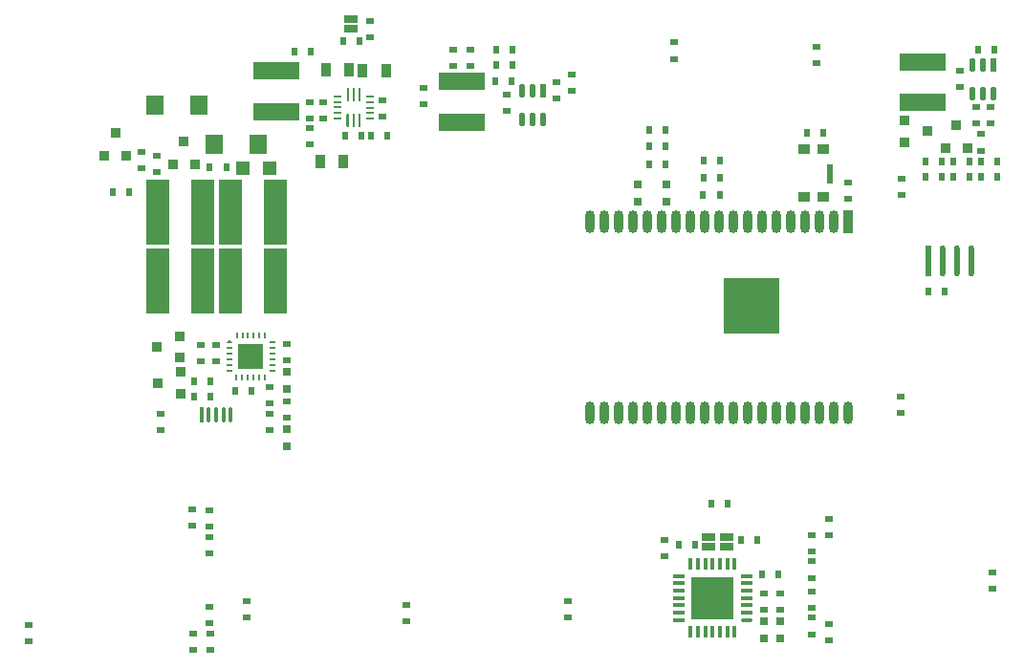
<source format=gtp>
%FSLAX24Y24*%
%MOIN*%
G70*
G01*
G75*
%ADD10C,0.0080*%
%ADD11R,0.0300X0.0300*%
%ADD12R,0.0300X0.0220*%
%ADD13R,0.0440X0.0120*%
%ADD14O,0.0190X0.1100*%
%ADD15R,0.0190X0.1100*%
%ADD16R,0.0220X0.0300*%
%ADD17R,0.0120X0.0440*%
%ADD18O,0.0440X0.0120*%
%ADD19R,0.0500X0.0250*%
%ADD20R,0.0360X0.0360*%
%ADD21O,0.0200X0.0500*%
%ADD22R,0.0200X0.0500*%
%ADD23R,0.1600X0.0600*%
%ADD24R,0.1460X0.1460*%
%ADD25R,0.0500X0.0500*%
%ADD26R,0.0830X0.2250*%
%ADD27R,0.0345X0.0500*%
%ADD28R,0.0630X0.0670*%
%ADD29O,0.0160X0.0530*%
%ADD30R,0.0160X0.0530*%
%ADD31R,0.0390X0.0350*%
%ADD32R,0.0220X0.0670*%
%ADD33O,0.0354X0.0787*%
%ADD34R,0.1968X0.1968*%
%ADD35R,0.0354X0.0787*%
%ADD36R,0.0280X0.0100*%
%ADD37R,0.0100X0.0510*%
%ADD38O,0.0100X0.0510*%
%ADD39R,0.0870X0.0870*%
%ADD40O,0.0200X0.0100*%
%ADD41R,0.0200X0.0100*%
%ADD42R,0.0100X0.0200*%
%ADD43C,0.0061*%
%ADD44C,0.0075*%
%ADD45C,0.0120*%
%ADD46C,0.0100*%
%ADD47C,0.0220*%
%ADD48C,0.0200*%
%ADD49C,0.0600*%
%ADD50C,0.0300*%
%ADD51C,0.0360*%
%ADD52C,0.0900*%
%ADD53C,0.0250*%
%ADD54C,0.0150*%
%ADD55C,0.0400*%
%ADD56C,0.0800*%
%ADD57C,0.2500*%
%ADD58C,0.0170*%
%ADD59R,0.0420X0.0420*%
%ADD60C,0.0420*%
%ADD61C,0.0650*%
%ADD62C,0.0620*%
%ADD63C,0.0600*%
%ADD64R,0.0600X0.0600*%
%ADD65R,0.0620X0.0620*%
%ADD66C,0.1200*%
%ADD67C,0.0500*%
%ADD68C,0.0510*%
%ADD69C,0.0390*%
%ADD70R,0.0900X0.0900*%
%ADD71C,0.0900*%
%ADD72C,0.0520*%
%ADD73C,0.0960*%
%ADD74C,0.1000*%
%ADD75C,0.0850*%
%ADD76C,0.0450*%
%ADD77C,0.0220*%
%ADD78C,0.0350*%
%ADD79C,0.0410*%
%ADD80C,0.0860*%
%ADD81O,0.0100X0.0600*%
%ADD82R,0.0100X0.0600*%
%ADD83R,0.3500X0.1380*%
%ADD84C,0.0630*%
%ADD85C,0.0700*%
%ADD86C,0.0340*%
%ADD87C,0.0730*%
%ADD88C,0.0500*%
%ADD89C,0.1900*%
%ADD90C,0.0160*%
%ADD91C,0.0040*%
%ADD92C,0.0050*%
%ADD93C,0.0070*%
%ADD94C,0.0030*%
D11*
X106578Y74130D02*
D03*
Y73530D02*
D03*
X106028Y74130D02*
D03*
Y73530D02*
D03*
X101618Y88750D02*
D03*
Y89350D02*
D03*
X89388Y82830D02*
D03*
Y82230D02*
D03*
X89378Y80220D02*
D03*
Y80820D02*
D03*
X102638Y88740D02*
D03*
Y89340D02*
D03*
D12*
X106578Y75080D02*
D03*
X106578Y74510D02*
D03*
X106028Y75080D02*
D03*
Y74510D02*
D03*
X102568Y76950D02*
D03*
X86693Y76495D02*
D03*
X86703Y74605D02*
D03*
X107683Y75165D02*
D03*
Y75630D02*
D03*
Y74235D02*
D03*
Y74595D02*
D03*
X107678Y76560D02*
D03*
X107683Y76200D02*
D03*
X86693Y77425D02*
D03*
Y77065D02*
D03*
X86713Y73685D02*
D03*
X86703Y74035D02*
D03*
X108293Y77105D02*
D03*
X107678Y77130D02*
D03*
X108283Y74015D02*
D03*
X107683Y73665D02*
D03*
X86093Y77435D02*
D03*
X86693Y77995D02*
D03*
X86113Y73695D02*
D03*
X86713Y73115D02*
D03*
X99190Y74258D02*
D03*
X87978Y74250D02*
D03*
Y74820D02*
D03*
X99190Y74828D02*
D03*
X80393Y73415D02*
D03*
X86113Y73125D02*
D03*
X113988Y75820D02*
D03*
X108293Y77675D02*
D03*
X86093Y78005D02*
D03*
X108283Y73445D02*
D03*
X102568Y76380D02*
D03*
X80393Y73985D02*
D03*
X113988Y75250D02*
D03*
X113928Y92040D02*
D03*
Y91470D02*
D03*
X110828Y88990D02*
D03*
Y89560D02*
D03*
X113608Y91100D02*
D03*
Y90530D02*
D03*
X110778Y81370D02*
D03*
Y81940D02*
D03*
X112848Y93310D02*
D03*
Y92740D02*
D03*
X113418Y91470D02*
D03*
Y92040D02*
D03*
X93548Y74690D02*
D03*
Y74120D02*
D03*
X92308Y95050D02*
D03*
Y94480D02*
D03*
X94168Y92150D02*
D03*
Y92720D02*
D03*
X90198Y90750D02*
D03*
Y91320D02*
D03*
X99328Y93190D02*
D03*
Y92620D02*
D03*
X85008Y81340D02*
D03*
Y80770D02*
D03*
X86398Y83740D02*
D03*
Y83170D02*
D03*
X95778Y94050D02*
D03*
Y93480D02*
D03*
X95178D02*
D03*
Y94050D02*
D03*
X90198Y91660D02*
D03*
X90198Y92230D02*
D03*
X108958Y89430D02*
D03*
Y88860D02*
D03*
X86938Y83740D02*
D03*
Y83170D02*
D03*
X107848Y93570D02*
D03*
Y94140D02*
D03*
X84848Y90360D02*
D03*
Y89790D02*
D03*
X102888Y93730D02*
D03*
Y94300D02*
D03*
X89388Y83780D02*
D03*
Y83210D02*
D03*
X98808Y92910D02*
D03*
Y92340D02*
D03*
X92738Y91700D02*
D03*
Y92270D02*
D03*
X84318Y89920D02*
D03*
Y90490D02*
D03*
X88808Y81700D02*
D03*
Y82270D02*
D03*
X89378Y81780D02*
D03*
Y81210D02*
D03*
X88808Y81340D02*
D03*
Y80770D02*
D03*
X90668Y91660D02*
D03*
Y92230D02*
D03*
X97068Y92470D02*
D03*
X97068Y91900D02*
D03*
D13*
X103053Y74412D02*
D03*
Y75180D02*
D03*
Y74924D02*
D03*
X105418Y75180D02*
D03*
X103053Y74668D02*
D03*
Y74156D02*
D03*
X105418Y74924D02*
D03*
Y74668D02*
D03*
Y74412D02*
D03*
X103053Y75436D02*
D03*
Y75692D02*
D03*
X105418Y75692D02*
D03*
Y75436D02*
D03*
D14*
X113268Y86670D02*
D03*
X112768Y86670D02*
D03*
X112268D02*
D03*
D15*
X111768D02*
D03*
D16*
X112338Y85620D02*
D03*
X111768D02*
D03*
X104178Y78230D02*
D03*
X104748D02*
D03*
X106528Y75750D02*
D03*
X105798Y76960D02*
D03*
X103048Y76770D02*
D03*
X103618Y76770D02*
D03*
X105228Y76960D02*
D03*
X105958Y75750D02*
D03*
X113478Y94050D02*
D03*
X114048D02*
D03*
X111668Y90150D02*
D03*
X112238D02*
D03*
X111668Y89630D02*
D03*
X112238D02*
D03*
X113198D02*
D03*
X112628D02*
D03*
X113578Y90150D02*
D03*
X114148D02*
D03*
X113198D02*
D03*
X112628D02*
D03*
X113578Y89630D02*
D03*
X114148D02*
D03*
X83898Y89080D02*
D03*
X83328D02*
D03*
X86728Y82490D02*
D03*
X86158D02*
D03*
X108088Y91160D02*
D03*
X107518D02*
D03*
X92338Y91040D02*
D03*
X92908D02*
D03*
X96678Y94050D02*
D03*
X97248D02*
D03*
X86728Y81950D02*
D03*
X86158D02*
D03*
X90218Y93970D02*
D03*
X89648D02*
D03*
X91418Y91040D02*
D03*
X91988D02*
D03*
X102018Y91250D02*
D03*
X102588D02*
D03*
X103908Y88980D02*
D03*
X104478D02*
D03*
X91928Y94350D02*
D03*
X91358D02*
D03*
X87278Y89960D02*
D03*
X86708D02*
D03*
X103918Y90180D02*
D03*
X104488D02*
D03*
X96678Y93510D02*
D03*
X97248D02*
D03*
X97238Y92960D02*
D03*
X96668D02*
D03*
X87598Y82160D02*
D03*
X88168D02*
D03*
X102018Y90050D02*
D03*
X102588D02*
D03*
X102018Y90690D02*
D03*
X102588D02*
D03*
X104488Y89580D02*
D03*
X103918D02*
D03*
D17*
X103980Y73742D02*
D03*
X103724D02*
D03*
X103467Y76106D02*
D03*
X103980D02*
D03*
X104236Y76106D02*
D03*
X105004Y73742D02*
D03*
X104748D02*
D03*
X104492D02*
D03*
X104236D02*
D03*
X103467Y73742D02*
D03*
X103724Y76106D02*
D03*
X104492D02*
D03*
X104748D02*
D03*
X105004D02*
D03*
D18*
X105418Y74156D02*
D03*
D19*
X104098Y76720D02*
D03*
X104728D02*
D03*
X104728Y77050D02*
D03*
X104098Y77050D02*
D03*
X91638Y95110D02*
D03*
Y94780D02*
D03*
D20*
X112358Y90630D02*
D03*
X113118D02*
D03*
X112738Y91430D02*
D03*
X110938Y91590D02*
D03*
X110938Y90830D02*
D03*
X111738Y91210D02*
D03*
X85658Y83300D02*
D03*
Y84060D02*
D03*
X84858Y83680D02*
D03*
X84878Y82430D02*
D03*
X85678Y82810D02*
D03*
Y82050D02*
D03*
X83038Y90360D02*
D03*
X83798D02*
D03*
X83418Y91160D02*
D03*
X85428Y90040D02*
D03*
X86188D02*
D03*
X85808Y90840D02*
D03*
D21*
X114028Y92520D02*
D03*
X113278D02*
D03*
X113658D02*
D03*
Y93520D02*
D03*
X113278D02*
D03*
X97588Y92630D02*
D03*
X97968Y92630D02*
D03*
Y91630D02*
D03*
X97588Y91630D02*
D03*
X98338D02*
D03*
D22*
X114028Y93520D02*
D03*
X98338Y92630D02*
D03*
D23*
X111548Y92210D02*
D03*
Y93630D02*
D03*
X89018Y91880D02*
D03*
X89018Y93300D02*
D03*
X95478Y92940D02*
D03*
Y91520D02*
D03*
D24*
X104238Y74926D02*
D03*
D25*
X88808Y89930D02*
D03*
X87863D02*
D03*
D26*
X87438Y88390D02*
D03*
X89008D02*
D03*
X86458D02*
D03*
X84888D02*
D03*
X87438Y85990D02*
D03*
X89008D02*
D03*
X86458D02*
D03*
X84888D02*
D03*
D27*
X91368Y90150D02*
D03*
X90553Y90150D02*
D03*
X92038Y93320D02*
D03*
X92853D02*
D03*
X91563Y93360D02*
D03*
X90748Y93360D02*
D03*
D28*
X86848Y90740D02*
D03*
X88388Y90740D02*
D03*
X84798Y92100D02*
D03*
X86338D02*
D03*
D29*
X87442Y81300D02*
D03*
X87186D02*
D03*
X86930D02*
D03*
X86674D02*
D03*
D30*
X86418D02*
D03*
D31*
X107438Y90580D02*
D03*
X107438Y88900D02*
D03*
X108088Y90580D02*
D03*
Y88900D02*
D03*
D32*
X108318Y89730D02*
D03*
D33*
X106468Y81367D02*
D03*
X105468D02*
D03*
X107968D02*
D03*
X101468D02*
D03*
X102468D02*
D03*
X103468Y81367D02*
D03*
X103968Y81367D02*
D03*
X105968Y81367D02*
D03*
X106968Y81367D02*
D03*
X107468D02*
D03*
X108468Y81367D02*
D03*
X108968Y81367D02*
D03*
X101468Y88060D02*
D03*
X101968Y88060D02*
D03*
X102468Y88060D02*
D03*
X102968D02*
D03*
X103468D02*
D03*
X103968D02*
D03*
X104468D02*
D03*
X104968D02*
D03*
X105468Y88060D02*
D03*
X105968Y88060D02*
D03*
X106468D02*
D03*
X106968D02*
D03*
X107468D02*
D03*
X107968Y88060D02*
D03*
X108468Y88060D02*
D03*
X100468Y81367D02*
D03*
X100968Y88060D02*
D03*
X100968Y81367D02*
D03*
X99968Y81367D02*
D03*
X100468Y88060D02*
D03*
X99968D02*
D03*
X101968Y81367D02*
D03*
X104468D02*
D03*
X102968D02*
D03*
X104968D02*
D03*
D34*
X105588Y85110D02*
D03*
D35*
X108968Y88060D02*
D03*
D36*
X91148Y91640D02*
D03*
Y91837D02*
D03*
Y92034D02*
D03*
Y92231D02*
D03*
Y92428D02*
D03*
X92288Y92424D02*
D03*
Y92227D02*
D03*
Y92030D02*
D03*
Y91636D02*
D03*
Y91833D02*
D03*
D37*
X91521Y92490D02*
D03*
X91718D02*
D03*
X91915D02*
D03*
Y91590D02*
D03*
X91718Y91590D02*
D03*
D38*
X91521D02*
D03*
D39*
X88128Y83360D02*
D03*
D40*
X87388Y83850D02*
D03*
D41*
Y83653D02*
D03*
Y83456D02*
D03*
X87388Y83259D02*
D03*
X87388Y83062D02*
D03*
X87388Y82865D02*
D03*
X88883Y82865D02*
D03*
X88883Y83062D02*
D03*
Y83259D02*
D03*
Y83456D02*
D03*
Y83653D02*
D03*
Y83850D02*
D03*
D42*
X87637Y82610D02*
D03*
X87834Y82610D02*
D03*
X88031D02*
D03*
X88228D02*
D03*
X88425D02*
D03*
X88622D02*
D03*
X88633Y84090D02*
D03*
X88436D02*
D03*
X88239D02*
D03*
X88042D02*
D03*
X87845D02*
D03*
X87648D02*
D03*
M02*

</source>
